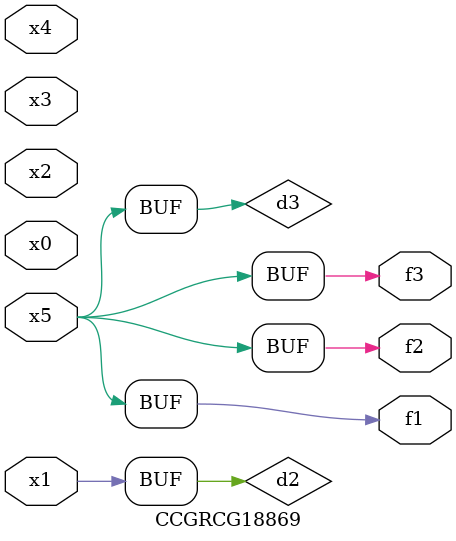
<source format=v>
module CCGRCG18869(
	input x0, x1, x2, x3, x4, x5,
	output f1, f2, f3
);

	wire d1, d2, d3;

	not (d1, x5);
	or (d2, x1);
	xnor (d3, d1);
	assign f1 = d3;
	assign f2 = d3;
	assign f3 = d3;
endmodule

</source>
